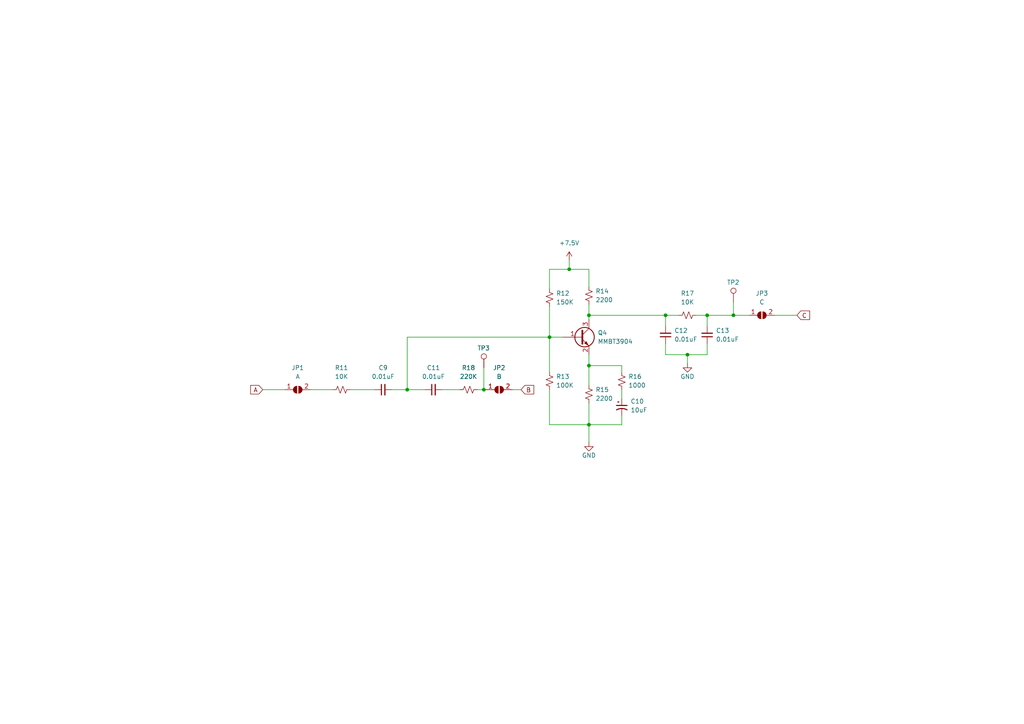
<source format=kicad_sch>
(kicad_sch (version 20221206) (generator eeschema)
  (paper "A4")
  (lib_symbols
    (symbol "Connector:TestPoint" (pin_numbers hide) (pin_names (offset 0.762) hide)
      (property "Reference" "TP" (at 0 6.858 0))
      (property "Value" "TestPoint" (at 0 5.08 0))
      (symbol "TestPoint_0_1"
        (circle (center 0 3.302) (radius 0.762))
      )
      (symbol "TestPoint_1_1"
        (pin passive line (at 0 0 90) (length 2.54) (name "1") (number "1"))
      )
    )
    (symbol "Device:C_Polarized_Small_US" (pin_numbers hide) (pin_names (offset 0.254) hide)
      (property "Reference" "C" (at 0.254 1.778 0))
      (property "Value" "C_Polarized_Small_US" (at 0.254 -2.032 0))
      (symbol "C_Polarized_Small_US_0_1"
        (polyline (pts (xy -1.524 0.508) (xy 1.524 0.508)) (stroke (width 0.3048)))
        (polyline (pts (xy -1.27 1.524) (xy -0.762 1.524)))
        (polyline (pts (xy -1.016 1.27) (xy -1.016 1.778)))
        (arc (start 1.524 -0.762) (mid 0 -0.3734) (end -1.524 -0.762) (stroke (width 0.3048)))
      )
      (symbol "C_Polarized_Small_US_1_1"
        (pin passive line (at 0 2.54 270) (length 2.032) (name "~") (number "1"))
        (pin passive line (at 0 -2.54 90) (length 2.032) (name "~") (number "2"))
      )
    )
    (symbol "Device:C_Small" (pin_numbers hide) (pin_names (offset 0.254) hide)
      (property "Reference" "C" (at 0.254 1.778 0))
      (property "Value" "C_Small" (at 0.254 -2.032 0))
      (symbol "C_Small_0_1"
        (polyline (pts (xy -1.524 -0.508) (xy 1.524 -0.508)) (stroke (width 0.3302)))
        (polyline (pts (xy -1.524 0.508) (xy 1.524 0.508)) (stroke (width 0.3048)))
      )
      (symbol "C_Small_1_1"
        (pin passive line (at 0 2.54 270) (length 2.032) (name "~") (number "1"))
        (pin passive line (at 0 -2.54 90) (length 2.032) (name "~") (number "2"))
      )
    )
    (symbol "Device:R_Small_US" (pin_numbers hide) (pin_names (offset 0.254) hide)
      (property "Reference" "R" (at 0.762 0.508 0))
      (property "Value" "R_Small_US" (at 0.762 -1.016 0))
      (symbol "R_Small_US_1_1"
        (polyline (pts (xy 0 0) (xy 1.016 -0.381) (xy 0 -0.762) (xy -1.016 -1.143) (xy 0 -1.524)))
        (polyline (pts (xy 0 1.524) (xy 1.016 1.143) (xy 0 0.762) (xy -1.016 0.381) (xy 0 0)))
        (pin passive line (at 0 2.54 270) (length 1.016) (name "~") (number "1"))
        (pin passive line (at 0 -2.54 90) (length 1.016) (name "~") (number "2"))
      )
    )
    (symbol "Jumper:SolderJumper_2_Open" (pin_names (offset 0) hide)
      (property "Reference" "JP" (at 0 2.032 0))
      (property "Value" "SolderJumper_2_Open" (at 0 -2.54 0))
      (symbol "SolderJumper_2_Open_0_1"
        (arc (start -0.254 1.016) (mid -1.2656 0) (end -0.254 -1.016))
        (arc (start -0.254 1.016) (mid -1.2656 0) (end -0.254 -1.016) (fill (type outline)))
        (polyline (pts (xy -0.254 1.016) (xy -0.254 -1.016)))
        (polyline (pts (xy 0.254 1.016) (xy 0.254 -1.016)))
        (arc (start 0.254 -1.016) (mid 1.2656 0) (end 0.254 1.016))
        (arc (start 0.254 -1.016) (mid 1.2656 0) (end 0.254 1.016) (fill (type outline)))
      )
      (symbol "SolderJumper_2_Open_1_1"
        (pin passive line (at -3.81 0 0) (length 2.54) (name "A") (number "1"))
        (pin passive line (at 3.81 0 180) (length 2.54) (name "B") (number "2"))
      )
    )
    (symbol "Transistor_BJT:MMBT3904" (pin_names (offset 0) hide)
      (property "Reference" "Q" (at 5.08 1.905 0))
      (property "Value" "MMBT3904" (at 5.08 0 0))
      (symbol "MMBT3904_0_1"
        (polyline (pts (xy 0.635 0.635) (xy 2.54 2.54)))
        (polyline (pts (xy 0.635 -0.635) (xy 2.54 -2.54) (xy 2.54 -2.54)))
        (polyline (pts (xy 0.635 1.905) (xy 0.635 -1.905) (xy 0.635 -1.905)) (stroke (width 0.508)))
        (polyline (pts (xy 1.27 -1.778) (xy 1.778 -1.27) (xy 2.286 -2.286) (xy 1.27 -1.778) (xy 1.27 -1.778)) (fill (type outline)))
        (circle (center 1.27 0) (radius 2.8194) (stroke (width 0.254)))
      )
      (symbol "MMBT3904_1_1"
        (pin input line (at -5.08 0 0) (length 5.715) (name "B") (number "1"))
        (pin passive line (at 2.54 -5.08 90) (length 2.54) (name "E") (number "2"))
        (pin passive line (at 2.54 5.08 270) (length 2.54) (name "C") (number "3"))
      )
    )
    (symbol "power:+7.5V" (power) (pin_names (offset 0))
      (property "Value" "+7.5V" (at 0 3.556 0))
      (symbol "+7.5V_0_1"
        (polyline (pts (xy -0.762 1.27) (xy 0 2.54)))
        (polyline (pts (xy 0 0) (xy 0 2.54)))
        (polyline (pts (xy 0 2.54) (xy 0.762 1.27)))
      )
      (symbol "+7.5V_1_1"
        (pin power_in line (at 0 0 90) (length 0) hide (name "+7.5V") (number "1"))
      )
    )
    (symbol "power:GND" (power) (pin_names (offset 0))
      (property "Value" "GND" (at 0 -3.81 0))
      (symbol "GND_0_1"
        (polyline (pts (xy 0 0) (xy 0 -1.27) (xy 1.27 -1.27) (xy 0 -2.54) (xy -1.27 -1.27) (xy 0 -1.27)))
      )
      (symbol "GND_1_1"
        (pin power_in line (at 0 0 270) (length 0) hide (name "GND") (number "1"))
      )
    )
  )
  (junction (at 199.39 102.87))
  (junction (at 205.105 91.44))
  (junction (at 165.1 78.105))
  (junction (at 170.815 123.19))
  (junction (at 118.11 113.03))
  (junction (at 140.335 113.03))
  (junction (at 193.04 91.44))
  (junction (at 170.815 106.045))
  (junction (at 170.815 91.44))
  (junction (at 159.385 97.79))
  (junction (at 212.725 91.44))
  (wire (pts (xy 205.105 91.44) (xy 212.725 91.44)))
  (wire (pts (xy 128.27 113.03) (xy 133.35 113.03)))
  (wire (pts (xy 113.665 113.03) (xy 118.11 113.03)))
  (wire (pts (xy 180.34 120.65) (xy 180.34 123.19)))
  (wire (pts (xy 212.725 91.44) (xy 217.17 91.44)))
  (wire (pts (xy 118.11 113.03) (xy 123.19 113.03)))
  (wire (pts (xy 170.815 106.045) (xy 180.34 106.045)))
  (wire (pts (xy 201.93 91.44) (xy 205.105 91.44)))
  (wire (pts (xy 170.815 123.19) (xy 170.815 116.84)))
  (wire (pts (xy 180.34 113.03) (xy 180.34 115.57)))
  (wire (pts (xy 205.105 91.44) (xy 205.105 94.615)))
  (wire (pts (xy 159.385 123.19) (xy 170.815 123.19)))
  (wire (pts (xy 193.04 99.695) (xy 193.04 102.87)))
  (wire (pts (xy 159.385 113.03) (xy 159.385 123.19)))
  (wire (pts (xy 159.385 107.95) (xy 159.385 97.79)))
  (wire (pts (xy 180.34 106.045) (xy 180.34 107.95)))
  (wire (pts (xy 199.39 102.87) (xy 205.105 102.87)))
  (wire (pts (xy 138.43 113.03) (xy 140.335 113.03)))
  (wire (pts (xy 205.105 102.87) (xy 205.105 99.695)))
  (wire (pts (xy 224.79 91.44) (xy 231.14 91.44)))
  (wire (pts (xy 170.815 91.44) (xy 170.815 92.71)))
  (wire (pts (xy 159.385 97.79) (xy 163.195 97.79)))
  (wire (pts (xy 90.17 113.03) (xy 96.52 113.03)))
  (wire (pts (xy 170.815 83.185) (xy 170.815 78.105)))
  (wire (pts (xy 170.815 88.265) (xy 170.815 91.44)))
  (wire (pts (xy 199.39 102.87) (xy 199.39 105.41)))
  (wire (pts (xy 170.815 78.105) (xy 165.1 78.105)))
  (wire (pts (xy 148.59 113.03) (xy 151.13 113.03)))
  (wire (pts (xy 170.815 91.44) (xy 193.04 91.44)))
  (wire (pts (xy 193.04 102.87) (xy 199.39 102.87)))
  (wire (pts (xy 140.335 113.03) (xy 140.335 106.68)))
  (wire (pts (xy 159.385 88.9) (xy 159.385 97.79)))
  (wire (pts (xy 76.2 113.03) (xy 82.55 113.03)))
  (wire (pts (xy 170.815 111.76) (xy 170.815 106.045)))
  (wire (pts (xy 159.385 78.105) (xy 159.385 83.82)))
  (wire (pts (xy 165.1 78.105) (xy 159.385 78.105)))
  (wire (pts (xy 140.335 113.03) (xy 140.97 113.03)))
  (wire (pts (xy 165.1 75.565) (xy 165.1 78.105)))
  (wire (pts (xy 118.11 97.79) (xy 159.385 97.79)))
  (wire (pts (xy 170.815 123.19) (xy 180.34 123.19)))
  (wire (pts (xy 193.04 91.44) (xy 196.85 91.44)))
  (wire (pts (xy 118.11 113.03) (xy 118.11 97.79)))
  (wire (pts (xy 193.04 94.615) (xy 193.04 91.44)))
  (wire (pts (xy 170.815 102.87) (xy 170.815 106.045)))
  (wire (pts (xy 101.6 113.03) (xy 108.585 113.03)))
  (wire (pts (xy 170.815 123.19) (xy 170.815 128.27)))
  (wire (pts (xy 212.725 87.63) (xy 212.725 91.44)))
  (global_label "A" (shape input) (at 76.2 113.03 180) (property "Intersheetrefs" "${INTERSHEET_REFS}" (effects hide)))
  (global_label "B" (shape input) (at 151.13 113.03 0) (property "Intersheetrefs" "${INTERSHEET_REFS}" (effects hide)))
  (global_label "C" (shape input) (at 231.14 91.44 0) (property "Intersheetrefs" "${INTERSHEET_REFS}" (effects hide)))
  (symbol (lib_id "Device:R_Small_US") (at 135.89 113.03 90) (unit 1)
    (property "Reference" "R18" (at 135.89 106.68 90))
    (property "Value" "220K" (at 135.89 109.22 90))
    (property "Footprint" "Resistor_SMD:R_0603_1608Metric" (effects hide))
    (property "Datasheet" "https://www.mouser.com/ProductDetail/603-RC0603FR-13220KL" (effects hide))
    (property "Sim.Enable" "0" (effects hide))
  )
  (symbol (lib_id "Device:C_Small") (at 125.73 113.03 90) (unit 1)
    (property "Reference" "C11" (at 125.7363 106.68 90))
    (property "Value" "0.01uF" (at 125.7363 109.22 90))
    (property "Footprint" "Capacitor_SMD:C_0603_1608Metric" (effects hide))
    (property "Datasheet" "https://www.mouser.com/ProductDetail/80-C0603C103K2REAUTO" (effects hide))
    (property "Sim.Enable" "0" (effects hide))
  )
  (symbol (lib_id "Device:R_Small_US") (at 199.39 91.44 90) (unit 1)
    (property "Reference" "R17" (at 199.39 85.09 90))
    (property "Value" "10K" (at 199.39 87.63 90))
    (property "Footprint" "Resistor_SMD:R_0603_1608Metric" (effects hide))
    (property "Datasheet" "https://www.mouser.com/ProductDetail/603-RC0603FR-0710KL" (effects hide))
    (property "Sim.Enable" "0" (effects hide))
  )
  (symbol (lib_id "Device:R_Small_US") (at 180.34 110.49 180) (unit 1)
    (property "Reference" "R16" (at 182.245 109.2199 0) (effects (justify right)))
    (property "Value" "1000" (at 182.245 111.7599 0) (effects (justify right)))
    (property "Footprint" "Resistor_SMD:R_0603_1608Metric" (effects hide))
    (property "Datasheet" "https://www.mouser.com/ProductDetail/603-RC0603FR-071KP" (effects hide))
    (property "Sim.Enable" "0" (effects hide))
  )
  (symbol (lib_id "Connector:TestPoint") (at 140.335 106.68 0) (unit 1)
    (property "Reference" "TP3" (at 138.43 100.965 0) (effects (justify left)))
    (property "Value" "TestPoint" (effects hide))
    (property "Footprint" "TestPoint:TestPoint_Loop_D1.80mm_Drill1.0mm_Beaded" (effects hide))
    (property "Datasheet" "https://www.mouser.com/ProductDetail/Keystone-Electronics/5002" (effects hide))
    (property "Sim.Enable" "0" (effects hide))
  )
  (symbol (lib_id "Jumper:SolderJumper_2_Open") (at 86.36 113.03 0) (unit 1)
    (property "Reference" "JP1" (at 86.36 106.68 0))
    (property "Value" "A" (at 86.36 109.22 0))
    (property "Footprint" "Jumper:SolderJumper-2_P1.3mm_Open_RoundedPad1.0x1.5mm" (effects hide))
    (property "Sim.Enable" "0" (effects hide))
  )
  (symbol (lib_id "Device:C_Small") (at 205.105 97.155 180) (unit 1)
    (property "Reference" "C13" (at 207.645 95.885 0) (effects (justify right)))
    (property "Value" "0.01uF" (at 207.645 98.4185 0) (effects (justify right)))
    (property "Footprint" "Capacitor_SMD:C_0603_1608Metric" (effects hide))
    (property "Datasheet" "https://www.mouser.com/ProductDetail/80-C0603C103K2REAUTO" (effects hide))
    (property "Sim.Enable" "0" (effects hide))
  )
  (symbol (lib_id "Connector:TestPoint") (at 212.725 87.63 0) (unit 1)
    (property "Reference" "TP2" (at 210.82 81.915 0) (effects (justify left)))
    (property "Value" "TestPoint" (effects hide))
    (property "Footprint" "TestPoint:TestPoint_Loop_D1.80mm_Drill1.0mm_Beaded" (effects hide))
    (property "Datasheet" "https://www.mouser.com/ProductDetail/Keystone-Electronics/5002" (effects hide))
    (property "Sim.Enable" "0" (effects hide))
  )
  (symbol (lib_id "Transistor_BJT:MMBT3904") (at 168.275 97.79 0) (unit 1)
    (property "Reference" "Q4" (at 173.355 96.5199 0) (effects (justify left)))
    (property "Value" "MMBT3904" (at 173.355 99.0599 0) (effects (justify left)))
    (property "Footprint" "Package_TO_SOT_SMD:SOT-23" (effects hide))
    (property "Datasheet" "https://www.mouser.com/ProductDetail/726-MMBT3904LT1" (effects hide))
    (property "Sim.Enable" "0" (effects hide))
  )
  (symbol (lib_id "Device:R_Small_US") (at 159.385 86.36 180) (unit 1)
    (property "Reference" "R12" (at 161.29 85.0899 0) (effects (justify right)))
    (property "Value" "150K" (at 161.29 87.6299 0) (effects (justify right)))
    (property "Footprint" "Resistor_SMD:R_0603_1608Metric" (effects hide))
    (property "Datasheet" "https://www.mouser.com/ProductDetail/603-RC0603FR-13150KL" (effects hide))
    (property "Sim.Enable" "0" (effects hide))
  )
  (symbol (lib_id "Jumper:SolderJumper_2_Open") (at 144.78 113.03 0) (unit 1)
    (property "Reference" "JP2" (at 144.78 106.68 0))
    (property "Value" "B" (at 144.78 109.22 0))
    (property "Footprint" "Jumper:SolderJumper-2_P1.3mm_Open_RoundedPad1.0x1.5mm" (effects hide))
    (property "Sim.Enable" "0" (effects hide))
  )
  (symbol (lib_id "Device:R_Small_US") (at 170.815 85.725 180) (unit 1)
    (property "Reference" "R14" (at 172.72 84.4549 0) (effects (justify right)))
    (property "Value" "2200" (at 172.72 86.9949 0) (effects (justify right)))
    (property "Footprint" "Resistor_SMD:R_0603_1608Metric" (effects hide))
    (property "Datasheet" "https://www.mouser.com/ProductDetail/603-RC0603FR-102K2L" (effects hide))
    (property "Sim.Enable" "0" (effects hide))
  )
  (symbol (lib_id "power:GND") (at 170.815 128.27 0) (unit 1)
    (property "Reference" "#PWR0108" (effects hide))
    (property "Value" "GND" (at 170.815 132.08 0))
  )
  (symbol (lib_id "Device:C_Small") (at 111.125 113.03 90) (unit 1)
    (property "Reference" "C9" (at 111.1313 106.68 90))
    (property "Value" "0.01uF" (at 111.1313 109.22 90))
    (property "Footprint" "Capacitor_SMD:C_0603_1608Metric" (effects hide))
    (property "Datasheet" "https://www.mouser.com/ProductDetail/80-C0603C103K2REAUTO" (effects hide))
    (property "Sim.Enable" "0" (effects hide))
  )
  (symbol (lib_id "power:GND") (at 199.39 105.41 0) (unit 1)
    (property "Reference" "#PWR0109" (effects hide))
    (property "Value" "GND" (at 199.39 109.22 0))
  )
  (symbol (lib_id "Device:R_Small_US") (at 99.06 113.03 90) (unit 1)
    (property "Reference" "R11" (at 99.06 106.68 90))
    (property "Value" "10K" (at 99.06 109.22 90))
    (property "Footprint" "Resistor_SMD:R_0603_1608Metric" (effects hide))
    (property "Datasheet" "https://www.mouser.com/ProductDetail/603-RC0603FR-0710KL" (effects hide))
    (property "Sim.Enable" "0" (effects hide))
  )
  (symbol (lib_id "Jumper:SolderJumper_2_Open") (at 220.98 91.44 0) (unit 1)
    (property "Reference" "JP3" (at 220.98 85.09 0))
    (property "Value" "C" (at 220.98 87.63 0))
    (property "Footprint" "Jumper:SolderJumper-2_P1.3mm_Open_RoundedPad1.0x1.5mm" (effects hide))
    (property "Sim.Enable" "0" (effects hide))
  )
  (symbol (lib_id "power:+7.5V") (at 165.1 75.565 0) (unit 1)
    (property "Reference" "#PWR0107" (effects hide))
    (property "Value" "+7.5V" (at 165.1 70.485 0))
  )
  (symbol (lib_id "Device:R_Small_US") (at 170.815 114.3 180) (unit 1)
    (property "Reference" "R15" (at 172.72 113.0299 0) (effects (justify right)))
    (property "Value" "2200" (at 172.72 115.5699 0) (effects (justify right)))
    (property "Footprint" "Resistor_SMD:R_0603_1608Metric" (effects hide))
    (property "Datasheet" "https://www.mouser.com/ProductDetail/603-RC0603FR-102K2L" (effects hide))
    (property "Sim.Enable" "0" (effects hide))
  )
  (symbol (lib_id "Device:C_Polarized_Small_US") (at 180.34 118.11 0) (unit 1)
    (property "Reference" "C10" (at 182.88 116.4081 0) (effects (justify left)))
    (property "Value" "10uF" (at 182.88 118.9481 0) (effects (justify left)))
    (property "Footprint" "Capacitor_Tantalum_SMD:CP_EIA-3216-18_Kemet-A" (effects hide))
    (property "Datasheet" "https://www.mouser.com/ProductDetail/80-T489A106K10ATA2K2" (effects hide))
    (property "Sim.Enable" "0" (effects hide))
  )
  (symbol (lib_id "Device:R_Small_US") (at 159.385 110.49 180) (unit 1)
    (property "Reference" "R13" (at 161.29 109.2199 0) (effects (justify right)))
    (property "Value" "100K" (at 161.29 111.7599 0) (effects (justify right)))
    (property "Footprint" "Resistor_SMD:R_0603_1608Metric" (effects hide))
    (property "Datasheet" "https://www.mouser.com/ProductDetail/603-RC0603FR-07100KL" (effects hide))
    (property "Sim.Enable" "0" (effects hide))
  )
  (symbol (lib_id "Device:C_Small") (at 193.04 97.155 180) (unit 1)
    (property "Reference" "C12" (at 195.58 95.8785 0) (effects (justify right)))
    (property "Value" "0.01uF" (at 195.58 98.4185 0) (effects (justify right)))
    (property "Footprint" "Capacitor_SMD:C_0603_1608Metric" (effects hide))
    (property "Datasheet" "https://www.mouser.com/ProductDetail/80-C0603C103K2REAUTO" (effects hide))
    (property "Sim.Enable" "0" (effects hide))
  )
)
</source>
